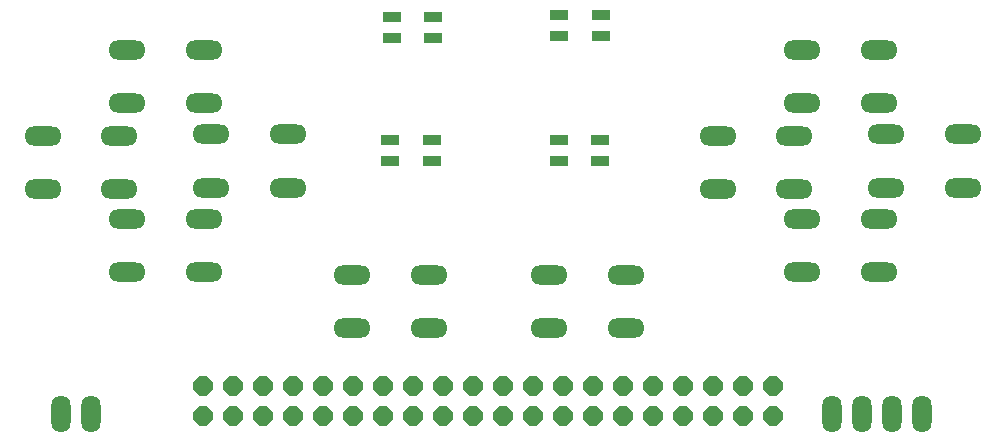
<source format=gbr>
%TF.GenerationSoftware,KiCad,Pcbnew,9.0.2*%
%TF.CreationDate,2025-06-23T15:15:27-04:00*%
%TF.ProjectId,GamePad,47616d65-5061-4642-9e6b-696361645f70,rev?*%
%TF.SameCoordinates,Original*%
%TF.FileFunction,Soldermask,Top*%
%TF.FilePolarity,Negative*%
%FSLAX46Y46*%
G04 Gerber Fmt 4.6, Leading zero omitted, Abs format (unit mm)*
G04 Created by KiCad (PCBNEW 9.0.2) date 2025-06-23 15:15:27*
%MOMM*%
%LPD*%
G01*
G04 APERTURE LIST*
G04 Aperture macros list*
%AMFreePoly0*
4,1,17,0.351552,0.797921,0.797921,0.351552,0.812800,0.315631,0.812800,-0.315631,0.797921,-0.351552,0.351552,-0.797921,0.315631,-0.812800,-0.315631,-0.812800,-0.351552,-0.797921,-0.797921,-0.351552,-0.812800,-0.315631,-0.812800,0.315631,-0.797921,0.351552,-0.351552,0.797921,-0.315631,0.812800,0.315631,0.812800,0.351552,0.797921,0.351552,0.797921,$1*%
G04 Aperture macros list end*
%ADD10O,3.149600X1.625600*%
%ADD11FreePoly0,0.000000*%
%ADD12O,1.625600X3.149600*%
%ADD13R,1.600000X0.850000*%
G04 APERTURE END LIST*
D10*
%TO.C,Y0*%
X72948800Y-166928800D03*
X79451200Y-166928800D03*
X72948800Y-171450000D03*
X79451200Y-171450000D03*
%TD*%
%TO.C,X0*%
X80092550Y-159664400D03*
X86594950Y-159664400D03*
X80092550Y-164185600D03*
X86594950Y-164185600D03*
%TD*%
%TO.C,Up1*%
X22942550Y-159664400D03*
X29444950Y-159664400D03*
X22942550Y-164185600D03*
X29444950Y-164185600D03*
%TD*%
%TO.C,Start1*%
X58661300Y-178714400D03*
X65163700Y-178714400D03*
X58661300Y-183235600D03*
X65163700Y-183235600D03*
%TD*%
%TO.C,Select1*%
X41992550Y-178714400D03*
X48494950Y-178714400D03*
X41992550Y-183235600D03*
X48494950Y-183235600D03*
%TD*%
%TO.C,Right1*%
X30086300Y-166808150D03*
X36588700Y-166808150D03*
X30086300Y-171329350D03*
X36588700Y-171329350D03*
%TD*%
%TO.C,Left1*%
X15798800Y-166928800D03*
X22301200Y-166928800D03*
X15798800Y-171450000D03*
X22301200Y-171450000D03*
%TD*%
D11*
%TO.C,JP1*%
X29368750Y-190658750D03*
X29368750Y-188118750D03*
X31908750Y-190658750D03*
X31908750Y-188118750D03*
X34448750Y-190658750D03*
X34448750Y-188118750D03*
X36988750Y-190658750D03*
X36988750Y-188118750D03*
X39528750Y-190658750D03*
X39528750Y-188118750D03*
X42068750Y-190658750D03*
X42068750Y-188118750D03*
X44608750Y-190658750D03*
X44608750Y-188118750D03*
X47148750Y-190658750D03*
X47148750Y-188118750D03*
X49688750Y-190658750D03*
X49688750Y-188118750D03*
X52228750Y-190658750D03*
X52228750Y-188118750D03*
X54768750Y-190658750D03*
X54768750Y-188118750D03*
X57308750Y-190658750D03*
X57308750Y-188118750D03*
X59848750Y-190658750D03*
X59848750Y-188118750D03*
X62388750Y-190658750D03*
X62388750Y-188118750D03*
X64928750Y-190658750D03*
X64928750Y-188118750D03*
X67468750Y-190658750D03*
X67468750Y-188118750D03*
X70008750Y-190658750D03*
X70008750Y-188118750D03*
X72548750Y-190658750D03*
X72548750Y-188118750D03*
X75088750Y-190658750D03*
X75088750Y-188118750D03*
X77628750Y-190658750D03*
X77628750Y-188118750D03*
%TD*%
D12*
%TO.C,J2*%
X17358394Y-190470574D03*
X19898394Y-190470574D03*
%TD*%
%TO.C,J1*%
X82638473Y-190470574D03*
X85178473Y-190470574D03*
X87718473Y-190470574D03*
X90258473Y-190470574D03*
%TD*%
D10*
%TO.C,Down1*%
X22942550Y-173951900D03*
X29444950Y-173951900D03*
X22942550Y-178473100D03*
X29444950Y-178473100D03*
%TD*%
D13*
%TO.C,D4*%
X59560738Y-156700134D03*
X59560738Y-158450134D03*
X63060738Y-158450134D03*
X63060738Y-156700134D03*
%TD*%
%TO.C,D3*%
X59531250Y-167318750D03*
X59531250Y-169068750D03*
X63031250Y-169068750D03*
X63031250Y-167318750D03*
%TD*%
%TO.C,D2*%
X45243750Y-167318750D03*
X45243750Y-169068750D03*
X48743750Y-169068750D03*
X48743750Y-167318750D03*
%TD*%
%TO.C,D1*%
X45397821Y-156913431D03*
X45397821Y-158663431D03*
X48897821Y-158663431D03*
X48897821Y-156913431D03*
%TD*%
D10*
%TO.C,B0*%
X80092550Y-173951900D03*
X86594950Y-173951900D03*
X80092550Y-178473100D03*
X86594950Y-178473100D03*
%TD*%
%TO.C,A0*%
X87236300Y-166808150D03*
X93738700Y-166808150D03*
X87236300Y-171329350D03*
X93738700Y-171329350D03*
%TD*%
M02*

</source>
